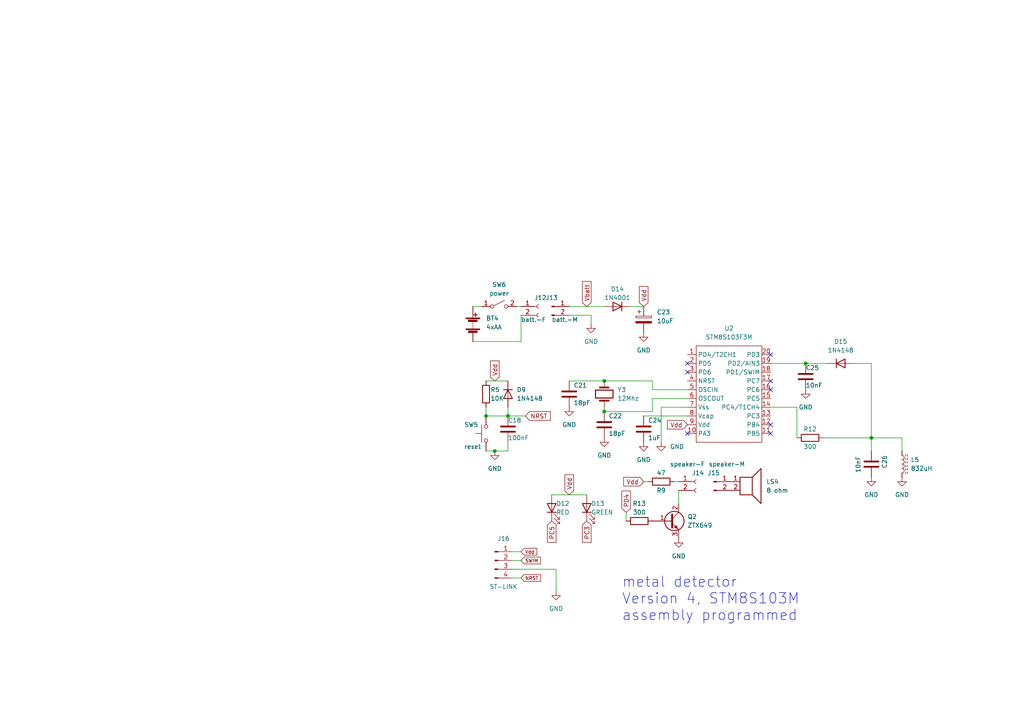
<source format=kicad_sch>
(kicad_sch (version 20211123) (generator eeschema)
  (paper "A4")
  (lib_symbols
    (symbol "Connector:Conn_01x02_Female" (pin_names (offset 1.016) hide)
      (property "Reference" "J" (at 0 2.54 0))
      (property "Value" "Conn_01x02_Female" (at 0 -5.08 0))
      (symbol "Conn_01x02_Female_1_1"
        (arc (start 0 -2.032) (mid -0.508 -2.54) (end 0 -3.048) (stroke (width 0.1524)))
        (polyline (pts (xy -1.27 -2.54) (xy -0.508 -2.54)) (stroke (width 0.1524)))
        (polyline (pts (xy -1.27 0) (xy -0.508 0)) (stroke (width 0.1524)))
        (arc (start 0 0.508) (mid -0.508 0) (end 0 -0.508) (stroke (width 0.1524)))
        (pin passive line (at -5.08 0 0) (length 3.81) (name "Pin_1") (number "1"))
        (pin passive line (at -5.08 -2.54 0) (length 3.81) (name "Pin_2") (number "2"))
      )
    )
    (symbol "Connector:Conn_01x02_Male" (pin_names (offset 1.016) hide)
      (property "Reference" "J" (at 0 2.54 0))
      (property "Value" "Conn_01x02_Male" (at 0 -5.08 0))
      (symbol "Conn_01x02_Male_1_1"
        (polyline (pts (xy 1.27 -2.54) (xy 0.8636 -2.54)) (stroke (width 0.1524)))
        (polyline (pts (xy 1.27 0) (xy 0.8636 0)) (stroke (width 0.1524)))
        (rectangle (start 0.8636 -2.413) (end 0 -2.667) (stroke (width 0.1524)) (fill (type outline)))
        (rectangle (start 0.8636 0.127) (end 0 -0.127) (stroke (width 0.1524)) (fill (type outline)))
        (pin passive line (at 5.08 0 180) (length 3.81) (name "Pin_1") (number "1"))
        (pin passive line (at 5.08 -2.54 180) (length 3.81) (name "Pin_2") (number "2"))
      )
    )
    (symbol "Connector:Conn_01x04_Male" (pin_names (offset 1.016) hide)
      (property "Reference" "J" (at 0 5.08 0))
      (property "Value" "Conn_01x04_Male" (at 0 -7.62 0))
      (symbol "Conn_01x04_Male_1_1"
        (polyline (pts (xy 1.27 -5.08) (xy 0.8636 -5.08)) (stroke (width 0.1524)))
        (polyline (pts (xy 1.27 -2.54) (xy 0.8636 -2.54)) (stroke (width 0.1524)))
        (polyline (pts (xy 1.27 0) (xy 0.8636 0)) (stroke (width 0.1524)))
        (polyline (pts (xy 1.27 2.54) (xy 0.8636 2.54)) (stroke (width 0.1524)))
        (rectangle (start 0.8636 -4.953) (end 0 -5.207) (stroke (width 0.1524)) (fill (type outline)))
        (rectangle (start 0.8636 -2.413) (end 0 -2.667) (stroke (width 0.1524)) (fill (type outline)))
        (rectangle (start 0.8636 0.127) (end 0 -0.127) (stroke (width 0.1524)) (fill (type outline)))
        (rectangle (start 0.8636 2.667) (end 0 2.413) (stroke (width 0.1524)) (fill (type outline)))
        (pin passive line (at 5.08 2.54 180) (length 3.81) (name "Pin_1") (number "1"))
        (pin passive line (at 5.08 0 180) (length 3.81) (name "Pin_2") (number "2"))
        (pin passive line (at 5.08 -2.54 180) (length 3.81) (name "Pin_3") (number "3"))
        (pin passive line (at 5.08 -5.08 180) (length 3.81) (name "Pin_4") (number "4"))
      )
    )
    (symbol "Device:Battery" (pin_numbers hide) (pin_names (offset 0) hide)
      (property "Reference" "BT" (at 2.54 2.54 0))
      (property "Value" "Battery" (at 2.54 0 0))
      (symbol "Battery_0_1"
        (rectangle (start -2.032 -1.397) (end 2.032 -1.651) (fill (type outline)))
        (rectangle (start -2.032 1.778) (end 2.032 1.524) (fill (type outline)))
        (rectangle (start -1.3208 -1.9812) (end 1.27 -2.4892) (fill (type outline)))
        (rectangle (start -1.3208 1.1938) (end 1.27 0.6858) (fill (type outline)))
        (polyline (pts (xy 0 -1.524) (xy 0 -1.27)))
        (polyline (pts (xy 0 -1.016) (xy 0 -0.762)))
        (polyline (pts (xy 0 -0.508) (xy 0 -0.254)))
        (polyline (pts (xy 0 0) (xy 0 0.254)))
        (polyline (pts (xy 0 0.508) (xy 0 0.762)))
        (polyline (pts (xy 0 1.778) (xy 0 2.54)))
        (polyline (pts (xy 0.254 2.667) (xy 1.27 2.667)) (stroke (width 0.254)))
        (polyline (pts (xy 0.762 3.175) (xy 0.762 2.159)) (stroke (width 0.254)))
      )
      (symbol "Battery_1_1"
        (pin passive line (at 0 5.08 270) (length 2.54) (name "+") (number "1"))
        (pin passive line (at 0 -5.08 90) (length 2.54) (name "-") (number "2"))
      )
    )
    (symbol "Device:C" (pin_numbers hide) (pin_names (offset 0.254))
      (property "Reference" "C" (at 0.635 2.54 0))
      (property "Value" "C" (at 0.635 -2.54 0))
      (symbol "C_0_1"
        (polyline (pts (xy -2.032 -0.762) (xy 2.032 -0.762)) (stroke (width 0.508)))
        (polyline (pts (xy -2.032 0.762) (xy 2.032 0.762)) (stroke (width 0.508)))
      )
      (symbol "C_1_1"
        (pin passive line (at 0 3.81 270) (length 2.794) (name "~") (number "1"))
        (pin passive line (at 0 -3.81 90) (length 2.794) (name "~") (number "2"))
      )
    )
    (symbol "Device:C_Polarized" (pin_numbers hide) (pin_names (offset 0.254))
      (property "Reference" "C" (at 0.635 2.54 0))
      (property "Value" "C_Polarized" (at 0.635 -2.54 0))
      (symbol "C_Polarized_0_1"
        (rectangle (start -2.286 0.508) (end 2.286 1.016))
        (polyline (pts (xy -1.778 2.286) (xy -0.762 2.286)))
        (polyline (pts (xy -1.27 2.794) (xy -1.27 1.778)))
        (rectangle (start 2.286 -0.508) (end -2.286 -1.016) (fill (type outline)))
      )
      (symbol "C_Polarized_1_1"
        (pin passive line (at 0 3.81 270) (length 2.794) (name "~") (number "1"))
        (pin passive line (at 0 -3.81 90) (length 2.794) (name "~") (number "2"))
      )
    )
    (symbol "Device:Crystal" (pin_numbers hide) (pin_names (offset 1.016) hide)
      (property "Reference" "Y" (at 0 3.81 0))
      (property "Value" "Crystal" (at 0 -3.81 0))
      (symbol "Crystal_0_1"
        (rectangle (start -1.143 2.54) (end 1.143 -2.54) (stroke (width 0.3048)))
        (polyline (pts (xy -2.54 0) (xy -1.905 0)))
        (polyline (pts (xy -1.905 -1.27) (xy -1.905 1.27)) (stroke (width 0.508)))
        (polyline (pts (xy 1.905 -1.27) (xy 1.905 1.27)) (stroke (width 0.508)))
        (polyline (pts (xy 2.54 0) (xy 1.905 0)))
      )
      (symbol "Crystal_1_1"
        (pin passive line (at -3.81 0 0) (length 1.27) (name "1") (number "1"))
        (pin passive line (at 3.81 0 180) (length 1.27) (name "2") (number "2"))
      )
    )
    (symbol "Device:LED" (pin_numbers hide) (pin_names (offset 1.016) hide)
      (property "Reference" "D" (at 0 2.54 0))
      (property "Value" "LED" (at 0 -2.54 0))
      (symbol "LED_0_1"
        (polyline (pts (xy -1.27 -1.27) (xy -1.27 1.27)) (stroke (width 0.254)))
        (polyline (pts (xy -1.27 0) (xy 1.27 0)))
        (polyline (pts (xy 1.27 -1.27) (xy 1.27 1.27) (xy -1.27 0) (xy 1.27 -1.27)) (stroke (width 0.254)))
        (polyline (pts (xy -3.048 -0.762) (xy -4.572 -2.286) (xy -3.81 -2.286) (xy -4.572 -2.286) (xy -4.572 -1.524)))
        (polyline (pts (xy -1.778 -0.762) (xy -3.302 -2.286) (xy -2.54 -2.286) (xy -3.302 -2.286) (xy -3.302 -1.524)))
      )
      (symbol "LED_1_1"
        (pin passive line (at -3.81 0 0) (length 2.54) (name "K") (number "1"))
        (pin passive line (at 3.81 0 180) (length 2.54) (name "A") (number "2"))
      )
    )
    (symbol "Device:L_Ferrite" (pin_numbers hide) (pin_names (offset 1.016) hide)
      (property "Reference" "L" (at -1.27 0 90))
      (property "Value" "L_Ferrite" (at 2.794 0 90))
      (symbol "L_Ferrite_0_1"
        (arc (start 0 -2.54) (mid 0.635 -1.905) (end 0 -1.27))
        (arc (start 0 -1.27) (mid 0.635 -0.635) (end 0 0))
        (polyline (pts (xy 1.016 -2.794) (xy 1.016 -2.286)))
        (polyline (pts (xy 1.016 -1.778) (xy 1.016 -1.27)))
        (polyline (pts (xy 1.016 -0.762) (xy 1.016 -0.254)))
        (polyline (pts (xy 1.016 0.254) (xy 1.016 0.762)))
        (polyline (pts (xy 1.016 1.27) (xy 1.016 1.778)))
        (polyline (pts (xy 1.016 2.286) (xy 1.016 2.794)))
        (polyline (pts (xy 1.524 -2.286) (xy 1.524 -2.794)))
        (polyline (pts (xy 1.524 -1.27) (xy 1.524 -1.778)))
        (polyline (pts (xy 1.524 -0.254) (xy 1.524 -0.762)))
        (polyline (pts (xy 1.524 0.762) (xy 1.524 0.254)))
        (polyline (pts (xy 1.524 1.778) (xy 1.524 1.27)))
        (polyline (pts (xy 1.524 2.794) (xy 1.524 2.286)))
        (arc (start 0 0) (mid 0.635 0.635) (end 0 1.27))
        (arc (start 0 1.27) (mid 0.635 1.905) (end 0 2.54))
      )
      (symbol "L_Ferrite_1_1"
        (pin passive line (at 0 3.81 270) (length 1.27) (name "1") (number "1"))
        (pin passive line (at 0 -3.81 90) (length 1.27) (name "2") (number "2"))
      )
    )
    (symbol "Device:Q_NPN_BCE" (pin_names (offset 0) hide)
      (property "Reference" "Q" (at 5.08 1.27 0))
      (property "Value" "Q_NPN_BCE" (at 5.08 -1.27 0))
      (symbol "Q_NPN_BCE_0_1"
        (polyline (pts (xy 0.635 0.635) (xy 2.54 2.54)))
        (polyline (pts (xy 0.635 -0.635) (xy 2.54 -2.54) (xy 2.54 -2.54)))
        (polyline (pts (xy 0.635 1.905) (xy 0.635 -1.905) (xy 0.635 -1.905)) (stroke (width 0.508)))
        (polyline (pts (xy 1.27 -1.778) (xy 1.778 -1.27) (xy 2.286 -2.286) (xy 1.27 -1.778) (xy 1.27 -1.778)) (fill (type outline)))
        (circle (center 1.27 0) (radius 2.8194) (stroke (width 0.254)))
      )
      (symbol "Q_NPN_BCE_1_1"
        (pin input line (at -5.08 0 0) (length 5.715) (name "B") (number "1"))
        (pin passive line (at 2.54 5.08 270) (length 2.54) (name "C") (number "2"))
        (pin passive line (at 2.54 -5.08 90) (length 2.54) (name "E") (number "3"))
      )
    )
    (symbol "Device:R" (pin_numbers hide) (pin_names (offset 0))
      (property "Reference" "R" (at 2.032 0 90))
      (property "Value" "R" (at 0 0 90))
      (symbol "R_0_1"
        (rectangle (start -1.016 -2.54) (end 1.016 2.54) (stroke (width 0.254)))
      )
      (symbol "R_1_1"
        (pin passive line (at 0 3.81 270) (length 1.27) (name "~") (number "1"))
        (pin passive line (at 0 -3.81 90) (length 1.27) (name "~") (number "2"))
      )
    )
    (symbol "Device:Speaker" (pin_names (offset 0) hide)
      (property "Reference" "LS" (at 1.27 5.715 0))
      (property "Value" "Speaker" (at 1.27 3.81 0))
      (symbol "Speaker_0_0"
        (rectangle (start -2.54 1.27) (end 1.016 -3.81) (stroke (width 0.254)))
        (polyline (pts (xy 1.016 1.27) (xy 3.556 3.81) (xy 3.556 -6.35) (xy 1.016 -3.81)) (stroke (width 0.254)))
      )
      (symbol "Speaker_1_1"
        (pin input line (at -5.08 0 0) (length 2.54) (name "1") (number "1"))
        (pin input line (at -5.08 -2.54 0) (length 2.54) (name "2") (number "2"))
      )
    )
    (symbol "Diode:1N4001" (pin_numbers hide) (pin_names (offset 1.016) hide)
      (property "Reference" "D" (at 0 2.54 0))
      (property "Value" "1N4001" (at 0 -2.54 0))
      (symbol "1N4001_0_1"
        (polyline (pts (xy -1.27 1.27) (xy -1.27 -1.27)) (stroke (width 0.254)))
        (polyline (pts (xy 1.27 0) (xy -1.27 0)))
        (polyline (pts (xy 1.27 1.27) (xy 1.27 -1.27) (xy -1.27 0) (xy 1.27 1.27)) (stroke (width 0.254)))
      )
      (symbol "1N4001_1_1"
        (pin passive line (at -3.81 0 0) (length 2.54) (name "K") (number "1"))
        (pin passive line (at 3.81 0 180) (length 2.54) (name "A") (number "2"))
      )
    )
    (symbol "Diode:1N4148" (pin_numbers hide) (pin_names (offset 1.016) hide)
      (property "Reference" "D" (at 0 2.54 0))
      (property "Value" "1N4148" (at 0 -2.54 0))
      (symbol "1N4148_0_1"
        (polyline (pts (xy -1.27 1.27) (xy -1.27 -1.27)) (stroke (width 0.254)))
        (polyline (pts (xy 1.27 0) (xy -1.27 0)))
        (polyline (pts (xy 1.27 1.27) (xy 1.27 -1.27) (xy -1.27 0) (xy 1.27 1.27)) (stroke (width 0.254)))
      )
      (symbol "1N4148_1_1"
        (pin passive line (at -3.81 0 0) (length 2.54) (name "K") (number "1"))
        (pin passive line (at 3.81 0 180) (length 2.54) (name "A") (number "2"))
      )
    )
    (symbol "MCU_ST_STM8:STM8S103F3M"
      (property "Reference" "U2" (at -0.635 17.78 0))
      (property "Value" "STM8S103F3M" (at -0.635 15.24 0))
      (symbol "STM8S103F3M_0_1"
        (rectangle (start -10.16 12.7) (end 8.89 -15.24))
      )
      (symbol "STM8S103F3M_1_1"
        (pin bidirectional line (at -12.7 10.16 0) (length 2.54) (name "PD4/T2CH1") (number "1"))
        (pin bidirectional line (at -12.7 -12.7 0) (length 2.54) (name "PA3") (number "10"))
        (pin bidirectional line (at 11.43 -12.7 180) (length 2.54) (name "PB5") (number "11"))
        (pin bidirectional line (at 11.43 -10.16 180) (length 2.54) (name "PB4") (number "12"))
        (pin bidirectional line (at 11.43 -7.62 180) (length 2.54) (name "PC3") (number "13"))
        (pin bidirectional line (at 11.43 -5.08 180) (length 2.54) (name "PC4/T1CH4") (number "14"))
        (pin bidirectional line (at 11.43 -2.54 180) (length 2.54) (name "PC5") (number "15"))
        (pin bidirectional line (at 11.43 0 180) (length 2.54) (name "PC6") (number "16"))
        (pin bidirectional line (at 11.43 2.54 180) (length 2.54) (name "PC7") (number "17"))
        (pin bidirectional line (at 11.43 5.08 180) (length 2.54) (name "PD1/SWIM") (number "18"))
        (pin bidirectional line (at 11.43 7.62 180) (length 2.54) (name "PD2/AIN3") (number "19"))
        (pin bidirectional line (at -12.7 7.62 0) (length 2.54) (name "PD5") (number "2"))
        (pin bidirectional line (at 11.43 10.16 180) (length 2.54) (name "PD3") (number "20"))
        (pin bidirectional line (at -12.7 5.08 0) (length 2.54) (name "PD6") (number "3"))
        (pin bidirectional line (at -12.7 2.54 0) (length 2.54) (name "NRST") (number "4"))
        (pin bidirectional line (at -12.7 0 0) (length 2.54) (name "OSCIN") (number "5"))
        (pin bidirectional line (at -12.7 -2.54 0) (length 2.54) (name "OSCOUT") (number "6"))
        (pin power_in line (at -12.7 -5.08 0) (length 2.54) (name "Vss") (number "7"))
        (pin passive line (at -12.7 -7.62 0) (length 2.54) (name "Vcap") (number "8"))
        (pin power_in line (at -12.7 -10.16 0) (length 2.54) (name "Vdd") (number "9"))
      )
    )
    (symbol "Switch:SW_MEC_5G" (pin_numbers hide) (pin_names (offset 1.016) hide)
      (property "Reference" "SW" (at 1.27 2.54 0))
      (property "Value" "SW_MEC_5G" (at 0 -1.524 0))
      (symbol "SW_MEC_5G_0_1"
        (circle (center -2.032 0) (radius 0.508))
        (polyline (pts (xy 0 1.27) (xy 0 3.048)))
        (polyline (pts (xy 2.54 1.27) (xy -2.54 1.27)))
        (circle (center 2.032 0) (radius 0.508))
        (pin passive line (at -5.08 0 0) (length 2.54) (name "A") (number "1"))
        (pin passive line (at 5.08 0 180) (length 2.54) (name "B") (number "3"))
      )
      (symbol "SW_MEC_5G_1_1"
        (pin passive line (at -5.08 0 0) (length 2.54) hide (name "A") (number "2"))
        (pin passive line (at 5.08 0 180) (length 2.54) hide (name "B") (number "4"))
      )
    )
    (symbol "Switch:SW_SPST" (pin_names (offset 0) hide)
      (property "Reference" "SW" (at 0 3.175 0))
      (property "Value" "SW_SPST" (at 0 -2.54 0))
      (symbol "SW_SPST_0_0"
        (circle (center -2.032 0) (radius 0.508))
        (polyline (pts (xy -1.524 0.254) (xy 1.524 1.778)))
        (circle (center 2.032 0) (radius 0.508))
      )
      (symbol "SW_SPST_1_1"
        (pin passive line (at -5.08 0 0) (length 2.54) (name "A") (number "1"))
        (pin passive line (at 5.08 0 180) (length 2.54) (name "B") (number "2"))
      )
    )
    (symbol "power:GND" (power) (pin_names (offset 0))
      (property "Value" "GND" (at 0 -3.81 0))
      (symbol "GND_0_1"
        (polyline (pts (xy 0 0) (xy 0 -1.27) (xy 1.27 -1.27) (xy 0 -2.54) (xy -1.27 -1.27) (xy 0 -1.27)))
      )
      (symbol "GND_1_1"
        (pin power_in line (at 0 0 270) (length 0) hide (name "GND") (number "1"))
      )
    )
  )
  (junction (at 175.26 110.49))
  (junction (at 147.32 120.65))
  (junction (at 140.97 120.65))
  (junction (at 143.51 130.81))
  (junction (at 252.73 127))
  (junction (at 175.26 119.38))
  (junction (at 233.68 105.41))
  (no_connect (at 223.52 125.73))
  (no_connect (at 199.39 105.41))
  (no_connect (at 199.39 125.73))
  (no_connect (at 223.52 113.03))
  (no_connect (at 223.52 123.19))
  (no_connect (at 223.52 102.87))
  (no_connect (at 199.39 107.95))
  (no_connect (at 223.52 110.49))
  (wire (pts (xy 175.26 119.38) (xy 189.23 119.38)))
  (wire (pts (xy 252.73 130.81) (xy 252.73 127)))
  (wire (pts (xy 189.23 119.38) (xy 189.23 115.57)))
  (wire (pts (xy 160.02 143.51) (xy 170.18 143.51)))
  (wire (pts (xy 191.77 118.11) (xy 199.39 118.11)))
  (wire (pts (xy 195.58 139.7) (xy 196.85 139.7)))
  (wire (pts (xy 140.97 120.65) (xy 147.32 120.65)))
  (wire (pts (xy 238.76 127) (xy 252.73 127)))
  (wire (pts (xy 137.16 99.06) (xy 151.13 99.06)))
  (wire (pts (xy 148.59 162.56) (xy 151.13 162.56)))
  (wire (pts (xy 182.88 88.9) (xy 186.69 88.9)))
  (wire (pts (xy 233.68 105.41) (xy 240.03 105.41)))
  (wire (pts (xy 165.1 88.9) (xy 175.26 88.9)))
  (wire (pts (xy 151.13 99.06) (xy 151.13 91.44)))
  (wire (pts (xy 252.73 127) (xy 261.62 127)))
  (wire (pts (xy 189.23 110.49) (xy 189.23 113.03)))
  (wire (pts (xy 147.32 120.65) (xy 152.4 120.65)))
  (wire (pts (xy 148.59 165.1) (xy 161.29 165.1)))
  (wire (pts (xy 137.16 88.9) (xy 139.7 88.9)))
  (wire (pts (xy 161.29 165.1) (xy 161.29 171.45)))
  (wire (pts (xy 231.14 127) (xy 231.14 118.11)))
  (wire (pts (xy 247.65 105.41) (xy 252.73 105.41)))
  (wire (pts (xy 140.97 110.49) (xy 147.32 110.49)))
  (wire (pts (xy 196.85 142.24) (xy 196.85 146.05)))
  (wire (pts (xy 175.26 118.11) (xy 175.26 119.38)))
  (wire (pts (xy 223.52 105.41) (xy 233.68 105.41)))
  (wire (pts (xy 231.14 118.11) (xy 223.52 118.11)))
  (wire (pts (xy 147.32 118.11) (xy 147.32 120.65)))
  (wire (pts (xy 189.23 113.03) (xy 199.39 113.03)))
  (wire (pts (xy 147.32 130.81) (xy 143.51 130.81)))
  (wire (pts (xy 171.45 91.44) (xy 171.45 93.98)))
  (wire (pts (xy 181.61 148.59) (xy 181.61 151.13)))
  (wire (pts (xy 140.97 118.11) (xy 140.97 120.65)))
  (wire (pts (xy 165.1 91.44) (xy 171.45 91.44)))
  (wire (pts (xy 165.1 110.49) (xy 175.26 110.49)))
  (wire (pts (xy 147.32 128.27) (xy 147.32 130.81)))
  (wire (pts (xy 189.23 115.57) (xy 199.39 115.57)))
  (wire (pts (xy 175.26 110.49) (xy 189.23 110.49)))
  (wire (pts (xy 186.69 139.7) (xy 187.96 139.7)))
  (wire (pts (xy 148.59 167.64) (xy 151.13 167.64)))
  (wire (pts (xy 261.62 127) (xy 261.62 130.81)))
  (wire (pts (xy 186.69 120.65) (xy 199.39 120.65)))
  (wire (pts (xy 148.59 160.02) (xy 151.13 160.02)))
  (wire (pts (xy 149.86 88.9) (xy 151.13 88.9)))
  (wire (pts (xy 191.77 118.11) (xy 191.77 128.27)))
  (wire (pts (xy 143.51 130.81) (xy 140.97 130.81)))
  (wire (pts (xy 252.73 105.41) (xy 252.73 127)))
  (text "metal detector\nVersion 4, STM8S103M \nassembly programmed \n" (at 180.34 180.34 0) (effects (font (size 3 3)) (justify left bottom)))
  (global_label "NRST" (shape input) (at 152.4 120.65 0) (property "Références Inter-Feuilles" "${INTERSHEET_REFS}" (effects hide)))
  (global_label "Vdd" (shape input) (at 143.51 110.49 90) (property "Références Inter-Feuilles" "${INTERSHEET_REFS}" (effects hide)))
  (global_label "PD4" (shape input) (at 181.61 148.59 90) (property "Références Inter-Feuilles" "${INTERSHEET_REFS}" (effects hide)))
  (global_label "PC3" (shape input) (at 170.18 151.13 270) (property "Références Inter-Feuilles" "${INTERSHEET_REFS}" (effects hide)))
  (global_label "NRST" (shape input) (at 151.13 167.64 0) (effects (font (size 1 1))) (property "Références Inter-Feuilles" "${INTERSHEET_REFS}" (effects hide)))
  (global_label "Vdd" (shape input) (at 199.39 123.19 180) (property "Références Inter-Feuilles" "${INTERSHEET_REFS}" (effects hide)))
  (global_label "Vdd" (shape input) (at 186.69 88.9 90) (property "Références Inter-Feuilles" "${INTERSHEET_REFS}" (effects hide)))
  (global_label "Vdd" (shape input) (at 186.69 139.7 180) (property "Références Inter-Feuilles" "${INTERSHEET_REFS}" (effects hide)))
  (global_label "SWIM" (shape input) (at 151.13 162.56 0) (effects (font (size 1 1))) (property "Références Inter-Feuilles" "${INTERSHEET_REFS}" (effects hide)))
  (global_label "PC5" (shape input) (at 160.02 151.13 270) (property "Références Inter-Feuilles" "${INTERSHEET_REFS}" (effects hide)))
  (global_label "Vdd" (shape input) (at 165.1 143.51 90) (property "Références Inter-Feuilles" "${INTERSHEET_REFS}" (effects hide)))
  (global_label "Vbatt" (shape input) (at 170.18 88.9 90) (property "Références Inter-Feuilles" "${INTERSHEET_REFS}" (effects hide)))
  (global_label "Vdd" (shape input) (at 151.13 160.02 0) (effects (font (size 1 1))) (property "Références Inter-Feuilles" "${INTERSHEET_REFS}" (effects hide)))
  (symbol (lib_id "Diode:1N4148") (at 147.32 114.3 270) (unit 1)
    (property "Reference" "D9" (at 149.86 113.0299 90) (effects (justify left)))
    (property "Value" "1N4148" (at 149.86 115.5699 90) (effects (justify left)))
    (property "Footprint" "Diode_THT:D_DO-35_SOD27_P7.62mm_Horizontal" (effects hide))
    (property "Datasheet" "https://assets.nexperia.com/documents/data-sheet/1N4148_1N4448.pdf" (effects hide))
  )
  (symbol (lib_id "Device:C_Polarized") (at 186.69 92.71 0) (unit 1)
    (property "Reference" "C23" (at 190.5 90.5509 0) (effects (justify left)))
    (property "Value" "10uF" (at 190.5 93.0909 0) (effects (justify left)))
  )
  (symbol (lib_id "Device:Battery") (at 137.16 93.98 0) (unit 1)
    (property "Reference" "BT4" (at 140.97 92.3289 0) (effects (justify left)))
    (property "Value" "4xAA" (at 140.97 94.8689 0) (effects (justify left)))
  )
  (symbol (lib_id "Device:R") (at 140.97 114.3 0) (unit 1)
    (property "Reference" "R5" (at 142.24 113.03 0) (effects (justify left)))
    (property "Value" "10K" (at 142.24 115.57 0) (effects (justify left)))
  )
  (symbol (lib_id "power:GND") (at 191.77 128.27 0) (unit 1)
    (property "Reference" "#PWR036" (effects hide))
    (property "Value" "GND" (at 194.31 129.5399 0) (effects (justify left)))
  )
  (symbol (lib_id "power:GND") (at 161.29 171.45 0) (unit 1)
    (property "Reference" "#PWR040" (effects hide))
    (property "Value" "GND" (at 161.29 176.53 0))
  )
  (symbol (lib_id "power:GND") (at 233.68 113.03 0) (unit 1)
    (property "Reference" "#PWR038" (effects hide))
    (property "Value" "GND" (at 233.68 118.11 0))
  )
  (symbol (lib_id "Device:Crystal") (at 175.26 114.3 90) (unit 1)
    (property "Reference" "Y3" (at 179.07 113.0299 90) (effects (justify right)))
    (property "Value" "12Mhz" (at 179.07 115.5699 90) (effects (justify right)))
  )
  (symbol (lib_id "power:GND") (at 186.69 96.52 0) (unit 1)
    (property "Reference" "#PWR034" (effects hide))
    (property "Value" "GND" (at 186.69 101.6 0))
  )
  (symbol (lib_id "power:GND") (at 175.26 127 0) (unit 1)
    (property "Reference" "#PWR033" (effects hide))
    (property "Value" "GND" (at 175.26 132.08 0))
  )
  (symbol (lib_id "Device:Q_NPN_BCE") (at 194.31 151.13 0) (unit 1)
    (property "Reference" "Q2" (at 199.39 149.8599 0) (effects (justify left)))
    (property "Value" "ZTX649" (at 199.39 152.3999 0) (effects (justify left)))
  )
  (symbol (lib_id "Connector:Conn_01x02_Female") (at 156.21 88.9 0) (unit 1)
    (property "Reference" "J12" (at 154.94 86.36 0) (effects (justify left)))
    (property "Value" "batt.-F" (at 151.13 92.71 0) (effects (justify left)))
  )
  (symbol (lib_id "power:GND") (at 165.1 118.11 0) (unit 1)
    (property "Reference" "#PWR030" (effects hide))
    (property "Value" "GND" (at 165.1 123.19 0))
  )
  (symbol (lib_id "power:GND") (at 171.45 93.98 0) (unit 1)
    (property "Reference" "#PWR031" (effects hide))
    (property "Value" "GND" (at 171.45 99.06 0))
  )
  (symbol (lib_id "Connector:Conn_01x04_Male") (at 143.51 162.56 0) (unit 1)
    (property "Reference" "J16" (at 146.05 156.21 0))
    (property "Value" "ST-LINK" (at 146.05 170.18 0))
  )
  (symbol (lib_id "Switch:SW_SPST") (at 144.78 88.9 0) (unit 1)
    (property "Reference" "SW6" (at 144.78 82.55 0))
    (property "Value" "power" (at 144.78 85.09 0))
  )
  (symbol (lib_id "Device:LED") (at 170.18 147.32 90) (unit 1)
    (property "Reference" "D13" (at 171.45 146.05 90) (effects (justify right)))
    (property "Value" "GREEN" (at 171.45 148.59 90) (effects (justify right)))
  )
  (symbol (lib_id "power:GND") (at 261.62 138.43 0) (unit 1)
    (property "Reference" "#PWR039" (effects hide))
    (property "Value" "GND" (at 261.62 143.51 0))
  )
  (symbol (lib_id "power:GND") (at 252.73 138.43 0) (unit 1)
    (property "Reference" "#PWR041" (effects hide))
    (property "Value" "GND" (at 252.73 143.51 0))
  )
  (symbol (lib_id "MCU_ST_STM8:STM8S103F3M") (at 212.09 113.03 0) (unit 1)
    (property "Reference" "U2" (at 211.455 95.25 0))
    (property "Value" "STM8S103F3M" (at 211.455 97.79 0))
  )
  (symbol (lib_id "Diode:1N4001") (at 179.07 88.9 180) (unit 1)
    (property "Reference" "D14" (at 179.07 83.82 0))
    (property "Value" "1N4001" (at 179.07 86.36 0))
    (property "Footprint" "Diode_THT:D_DO-41_SOD81_P10.16mm_Horizontal" (effects hide))
    (property "Datasheet" "http://www.vishay.com/docs/88503/1n4001.pdf" (effects hide))
  )
  (symbol (lib_id "Device:C") (at 233.68 109.22 0) (unit 1)
    (property "Reference" "C25" (at 233.68 106.68 0) (effects (justify left)))
    (property "Value" "10nF" (at 233.68 111.76 0) (effects (justify left)))
  )
  (symbol (lib_id "Device:LED") (at 160.02 147.32 90) (unit 1)
    (property "Reference" "D12" (at 161.29 146.05 90) (effects (justify right)))
    (property "Value" "RED" (at 161.29 148.59 90) (effects (justify right)))
  )
  (symbol (lib_id "Device:C") (at 147.32 124.46 0) (unit 1)
    (property "Reference" "C18" (at 147.32 121.92 0) (effects (justify left)))
    (property "Value" "100nF" (at 147.32 127 0) (effects (justify left)))
  )
  (symbol (lib_id "Device:C") (at 165.1 114.3 0) (unit 1)
    (property "Reference" "C21" (at 166.37 111.76 0) (effects (justify left)))
    (property "Value" "18pF" (at 166.37 116.84 0) (effects (justify left)))
  )
  (symbol (lib_id "Device:C") (at 175.26 123.19 0) (unit 1)
    (property "Reference" "C22" (at 176.53 120.65 0) (effects (justify left)))
    (property "Value" "18pF" (at 176.53 125.73 0) (effects (justify left)))
  )
  (symbol (lib_id "Switch:SW_MEC_5G") (at 140.97 125.73 90) (unit 1)
    (property "Reference" "SW5" (at 134.62 123.19 90) (effects (justify right)))
    (property "Value" "reset" (at 134.62 129.54 90) (effects (justify right)))
    (property "Datasheet" "http://www.apem.com/int/index.php?controller=attachment&id_attachment=488" (effects hide))
  )
  (symbol (lib_id "Connector:Conn_01x02_Male") (at 160.02 88.9 0) (unit 1)
    (property "Reference" "J13" (at 160.02 86.36 0))
    (property "Value" "batt.-M" (at 163.83 92.71 0))
  )
  (symbol (lib_id "Device:Speaker") (at 217.17 139.7 0) (unit 1)
    (property "Reference" "LS4" (at 222.25 139.6999 0) (effects (justify left)))
    (property "Value" "8 ohm" (at 222.25 142.2399 0) (effects (justify left)))
  )
  (symbol (lib_id "Device:L_Ferrite") (at 261.62 134.62 0) (unit 1)
    (property "Reference" "L5" (at 264.16 133.3499 0) (effects (justify left)))
    (property "Value" "832uH" (at 264.16 135.8899 0) (effects (justify left)))
  )
  (symbol (lib_id "Device:R") (at 234.95 127 90) (unit 1)
    (property "Reference" "R12" (at 234.95 124.46 90))
    (property "Value" "300" (at 234.95 129.54 90))
  )
  (symbol (lib_id "power:GND") (at 186.69 128.27 0) (unit 1)
    (property "Reference" "#PWR035" (effects hide))
    (property "Value" "GND" (at 186.69 133.35 0))
  )
  (symbol (lib_id "Connector:Conn_01x02_Male") (at 207.01 139.7 0) (unit 1)
    (property "Reference" "J15" (at 207.01 137.16 0))
    (property "Value" "speaker-M" (at 210.82 134.62 0))
  )
  (symbol (lib_id "Device:C") (at 186.69 124.46 0) (unit 1)
    (property "Reference" "C24" (at 187.96 121.92 0) (effects (justify left)))
    (property "Value" "1uF" (at 187.96 127 0) (effects (justify left)))
  )
  (symbol (lib_id "power:GND") (at 196.85 156.21 0) (unit 1)
    (property "Reference" "#PWR037" (effects hide))
    (property "Value" "GND" (at 196.85 161.29 0))
  )
  (symbol (lib_id "Device:R") (at 185.42 151.13 90) (unit 1)
    (property "Reference" "R13" (at 185.42 146.05 90))
    (property "Value" "300" (at 185.42 148.59 90))
  )
  (symbol (lib_id "Device:R") (at 191.77 139.7 90) (unit 1)
    (property "Reference" "R9" (at 191.77 142.24 90))
    (property "Value" "47" (at 191.77 137.16 90))
  )
  (symbol (lib_id "Diode:1N4148") (at 243.84 105.41 0) (unit 1)
    (property "Reference" "D15" (at 243.84 99.06 0))
    (property "Value" "1N4148" (at 243.84 101.6 0))
    (property "Footprint" "Diode_THT:D_DO-35_SOD27_P7.62mm_Horizontal" (effects hide))
    (property "Datasheet" "https://assets.nexperia.com/documents/data-sheet/1N4148_1N4448.pdf" (effects hide))
  )
  (symbol (lib_id "power:GND") (at 143.51 130.81 0) (unit 1)
    (property "Reference" "#PWR026" (effects hide))
    (property "Value" "GND" (at 143.51 135.89 0))
  )
  (symbol (lib_id "Device:C") (at 252.73 134.62 0) (unit 1)
    (property "Reference" "C26" (at 256.54 135.89 90) (effects (justify left)))
    (property "Value" "10nF" (at 248.92 137.16 90) (effects (justify left)))
  )
  (symbol (lib_id "Connector:Conn_01x02_Female") (at 201.93 139.7 0) (unit 1)
    (property "Reference" "J14" (at 200.66 137.16 0) (effects (justify left)))
    (property "Value" "speaker-F" (at 194.31 134.62 0) (effects (justify left)))
  )
)
</source>
